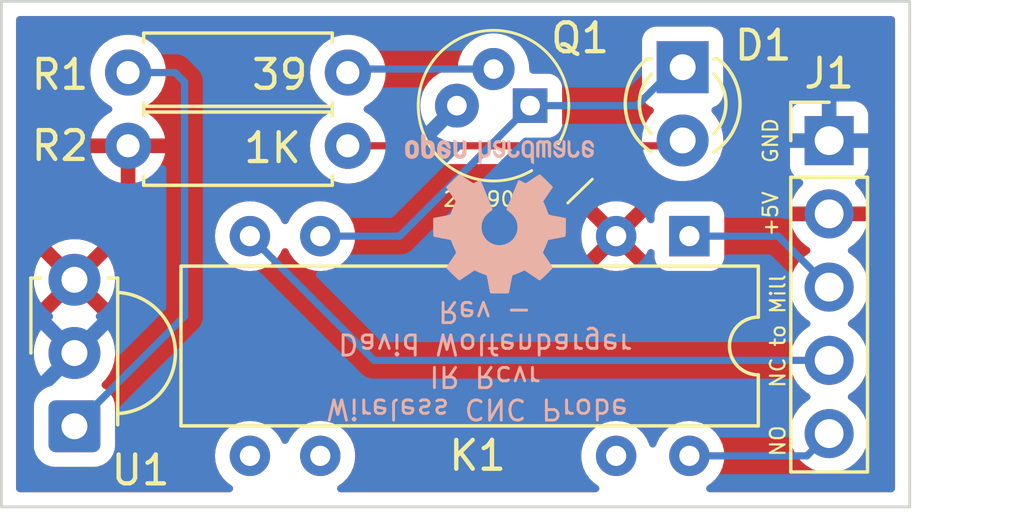
<source format=kicad_pcb>
(kicad_pcb (version 20211014) (generator pcbnew)
  (layers (0 "F.Cu" signal) (31 "B.Cu" signal) (34 "B.Paste" user) (35 "F.Paste" user) (36 "B.SilkS" user "B.Silkscreen") (37 "F.SilkS" user "F.Silkscreen") (38 "B.Mask" user) (39 "F.Mask" user) (44 "Edge.Cuts" user))
  (net 0 "")
  (net 1 "Net-(D1-Pad1)")
  (net 2 "GND")
  (net 3 "+5V")
  (net 4 "Net-(D1-Pad2)")
  (net 5 "Net-(J1-Pad3)")
  (net 6 "Net-(J1-Pad4)")
  (net 7 "Net-(Q1-Pad2)")
  (net 8 "Net-(R1-Pad1)")
  (net 9 "Net-(J1-Pad5)")
  (footprint "Relay_THT:Relay_StandexMeder_DIP_LowProfile" (layer "F.Cu") (at 112.756 84.592 -90)
    (fp_text reference "K1" (at 7.61 7.346) (layer "F.SilkS"))
    (fp_text value "HE721C0510")
    (fp_line (start 6.58 17.63) (end 6.58 -2.39) (layer "F.SilkS") (width 0.12))
    (fp_line (start 6.58 -2.39) (end 4.81 -2.39) (layer "F.SilkS") (width 0.12))
    (fp_line (start 2.81 -2.39) (end 1.04 -2.39) (layer "F.SilkS") (width 0.12))
    (fp_line (start 1.04 -2.39) (end 1.04 17.63) (layer "F.SilkS") (width 0.12))
    (fp_line (start 1.04 17.63) (end 6.58 17.63) (layer "F.SilkS") (width 0.12))
    (fp_arc (start 4.81 -2.39) (mid 3.81 -1.39) (end 2.81 -2.39) (layer "F.SilkS") (width 0.12))
    (pad "1" thru_hole rect (at 0 0 270) (size 1.4 1.4) (drill 0.7) (layers *.Cu *.Mask) (net 5 "Net-(J1-Pad3)"))
    (pad "2" thru_hole circle (at 0 2.54 270) (size 1.4 1.4) (drill 0.7) (layers *.Cu *.Mask) (net 3 "+5V"))
    (pad "6" thru_hole circle (at 0 12.8 270) (size 1.4 1.4) (drill 0.7) (layers *.Cu *.Mask) (net 1 "Net-(D1-Pad1)"))
    (pad "7" thru_hole circle (at 0 15.24 270) (size 1.4 1.4) (drill 0.7) (layers *.Cu *.Mask) (net 6 "Net-(J1-Pad4)"))
    (pad "8" thru_hole circle (at 7.62 15.24 270) (size 1.4 1.4) (drill 0.7) (layers *.Cu *.Mask))
    (pad "9" thru_hole circle (at 7.62 12.8 270) (size 1.4 1.4) (drill 0.7) (layers *.Cu *.Mask))
    (pad "13" thru_hole circle (at 7.62 2.54 270) (size 1.4 1.4) (drill 0.7) (layers *.Cu *.Mask))
    (pad "14" thru_hole circle (at 7.62 0 270) (size 1.4 1.4) (drill 0.7) (layers *.Cu *.Mask) (net 9 "Net-(J1-Pad5)"))
  )
  (footprint "Resistor_THT:R_Axial_DIN0207_L6.3mm_D2.5mm_P7.62mm_Horizontal" (layer "F.Cu") (at 100.912 81.46 180)
    (fp_text reference "R2" (at 9.98 0) (layer "F.SilkS"))
    (fp_text value "1K" (at 2.614 -0.074) (layer "F.SilkS"))
    (fp_line (start 7.08 1.37) (end 7.08 1.04) (layer "F.SilkS") (width 0.12))
    (fp_line (start 0.54 1.37) (end 7.08 1.37) (layer "F.SilkS") (width 0.12))
    (fp_line (start 0.54 -1.04) (end 0.54 -1.37) (layer "F.SilkS") (width 0.12))
    (fp_line (start 7.08 -1.37) (end 7.08 -1.04) (layer "F.SilkS") (width 0.12))
    (fp_line (start 0.54 1.04) (end 0.54 1.37) (layer "F.SilkS") (width 0.12))
    (fp_line (start 0.54 -1.37) (end 7.08 -1.37) (layer "F.SilkS") (width 0.12))
    (pad "1" thru_hole circle (at 0 0 180) (size 1.6 1.6) (drill 0.8) (layers *.Cu *.Mask) (net 4 "Net-(D1-Pad2)"))
    (pad "2" thru_hole oval (at 7.62 0 180) (size 1.6 1.6) (drill 0.8) (layers *.Cu *.Mask) (net 3 "+5V"))
  )
  (footprint "Resistor_THT:R_Axial_DIN0207_L6.3mm_D2.5mm_P7.62mm_Horizontal" (layer "F.Cu") (at 93.292 78.92)
    (fp_text reference "R1" (at -2.36 0.074) (layer "F.SilkS"))
    (fp_text value "39" (at 5.26 0.074) (layer "F.SilkS"))
    (fp_line (start 7.08 -1.37) (end 7.08 -1.04) (layer "F.SilkS") (width 0.12))
    (fp_line (start 0.54 1.04) (end 0.54 1.37) (layer "F.SilkS") (width 0.12))
    (fp_line (start 0.54 -1.37) (end 7.08 -1.37) (layer "F.SilkS") (width 0.12))
    (fp_line (start 7.08 1.37) (end 7.08 1.04) (layer "F.SilkS") (width 0.12))
    (fp_line (start 0.54 1.37) (end 7.08 1.37) (layer "F.SilkS") (width 0.12))
    (fp_line (start 0.54 -1.04) (end 0.54 -1.37) (layer "F.SilkS") (width 0.12))
    (pad "1" thru_hole circle (at 0 0) (size 1.6 1.6) (drill 0.8) (layers *.Cu *.Mask) (net 8 "Net-(R1-Pad1)"))
    (pad "2" thru_hole oval (at 7.62 0) (size 1.6 1.6) (drill 0.8) (layers *.Cu *.Mask) (net 7 "Net-(Q1-Pad2)"))
  )
  (footprint "LED_THT:LED_D3.0mm" (layer "F.Cu") (at 112.522 78.735 -90)
    (fp_text reference "D1" (at -0.757 -2.794) (layer "F.SilkS"))
    (fp_text value "LED")
    (fp_line (start -0.29 1.08) (end -0.29 1.236) (layer "F.SilkS") (width 0.12))
    (fp_line (start -0.29 -1.236) (end -0.29 -1.08) (layer "F.SilkS") (width 0.12))
    (fp_arc (start -0.29 -1.235516) (mid 1.366487 -1.987659) (end 2.942335 -1.078608) (layer "F.SilkS") (width 0.12))
    (fp_arc (start 0.229039 -1.08) (mid 1.270117 -1.5) (end 2.31113 -1.079837) (layer "F.SilkS") (width 0.12))
    (fp_arc (start 2.31113 1.079837) (mid 1.270117 1.5) (end 0.229039 1.08) (layer "F.SilkS") (width 0.12))
    (fp_arc (start 2.942335 1.078608) (mid 1.366487 1.987659) (end -0.29 1.235516) (layer "F.SilkS") (width 0.12))
    (pad "1" thru_hole rect (at 0 0 270) (size 1.8 1.8) (drill 0.9) (layers *.Cu *.Mask) (net 1 "Net-(D1-Pad1)"))
    (pad "2" thru_hole circle (at 2.54 0 270) (size 1.8 1.8) (drill 0.9) (layers *.Cu *.Mask) (net 4 "Net-(D1-Pad2)"))
  )
  (footprint "digikey-footprints:TO-18-3" (layer "F.Cu") (at 107.2335 80.068 180)
    (fp_text reference "Q1" (at -1.7325 2.344) (layer "F.SilkS"))
    (fp_text value "2N2907A" (at 1.3155 -3.244) (layer "F.SilkS") (effects (font (size 0.508 0.508) (thickness 0.0762))))
    (fp_line (start -2.155 -2.55) (end -1.305 -3.375) (layer "F.SilkS") (width 0.1))
    (fp_arc (start -0.055522 -2.249693) (mid 3.116579 1.846151) (end -0.98 -1.325) (layer "F.SilkS") (width 0.1))
    (pad "1" thru_hole rect (at 0 0 180) (size 1.2 1.2) (drill 0.68) (layers *.Cu *.Mask) (net 1 "Net-(D1-Pad1)"))
    (pad "2" thru_hole circle (at 1.27 1.27 180) (size 1.46 1.46) (drill 0.68) (layers *.Cu *.Mask) (net 7 "Net-(Q1-Pad2)"))
    (pad "3" thru_hole circle (at 2.54 0 180) (size 1.52 1.52) (drill 0.68) (layers *.Cu *.Mask) (net 2 "GND"))
  )
  (footprint "Connector_PinHeader_2.54mm:PinHeader_1x05_P2.54mm_Vertical" (layer "F.Cu") (at 117.602 81.28)
    (fp_text reference "J1" (at 0 -2.33) (layer "F.SilkS"))
    (fp_text value "Conn_01x04_Male")
    (fp_line (start -1.33 -1.33) (end 0 -1.33) (layer "F.SilkS") (width 0.12))
    (fp_line (start 1.33 1.27) (end 1.33 11.49) (layer "F.SilkS") (width 0.12))
    (fp_line (start -1.33 1.27) (end 1.33 1.27) (layer "F.SilkS") (width 0.12))
    (fp_line (start -1.33 0) (end -1.33 -1.33) (layer "F.SilkS") (width 0.12))
    (fp_line (start -1.33 11.49) (end 1.33 11.49) (layer "F.SilkS") (width 0.12))
    (fp_line (start -1.33 1.27) (end -1.33 11.49) (layer "F.SilkS") (width 0.12))
    (pad "1" thru_hole rect (at 0 0) (size 1.7 1.7) (drill 1) (layers *.Cu *.Mask) (net 2 "GND"))
    (pad "2" thru_hole oval (at 0 2.54) (size 1.7 1.7) (drill 1) (layers *.Cu *.Mask) (net 3 "+5V"))
    (pad "3" thru_hole oval (at 0 5.08) (size 1.7 1.7) (drill 1) (layers *.Cu *.Mask) (net 5 "Net-(J1-Pad3)"))
    (pad "4" thru_hole oval (at 0 7.62) (size 1.7 1.7) (drill 1) (layers *.Cu *.Mask) (net 6 "Net-(J1-Pad4)"))
    (pad "5" thru_hole oval (at 0 10.16) (size 1.7 1.7) (drill 1) (layers *.Cu *.Mask) (net 9 "Net-(J1-Pad5)"))
  )
  (footprint "OptoDevice:Vishay_MINICAST-3Pin" (layer "F.Cu") (at 91.431 91.186 90)
    (fp_text reference "U1" (at -1.524 2.295 180) (layer "F.SilkS"))
    (fp_text value "TSSP4038")
    (fp_line (start 5.14 1.5) (end 0.05 1.5) (layer "F.SilkS") (width 0.12))
    (fp_line (start 5.14 -1.51) (end 2.54 -1.51) (layer "F.SilkS") (width 0.12))
    (fp_line (start 5.14 1.16) (end 5.14 1.5) (layer "F.SilkS") (width 0.12))
    (fp_line (start 5.14 -1.16) (end 5.14 -1.51) (layer "F.SilkS") (width 0.12))
    (fp_arc (start 4.64 1.5) (mid 2.540869 3.502379) (end 0.440083 1.501736) (layer "F.SilkS") (width 0.12))
    (pad "1" thru_hole roundrect (at 0 0 90) (size 1.8 1.8) (drill 0.9) (layers *.Cu *.Mask) (roundrect_rratio 0.139) (net 8 "Net-(R1-Pad1)"))
    (pad "2" thru_hole circle (at 2.54 0 90) (size 1.8 1.8) (drill 0.9) (layers *.Cu *.Mask) (net 2 "GND"))
    (pad "3" thru_hole circle (at 5.08 0 90) (size 1.8 1.8) (drill 0.9) (layers *.Cu *.Mask) (net 3 "+5V"))
  )
  (footprint "Symbols:OSHW-Logo2_7.3x6mm_SilkScreen" (layer "B.Cu") (at 106.172 83.82)
    (fp_text reference "REF***" hide)
    (fp_text value "OSHW-Logo2_7.3x6mm_SilkScreen" hide)
    (fp_poly (pts (xy 0.10391 2.757652) (xy 0.182454 2.757222) (xy 0.239298 2.756058) (xy 0.278105 2.753793) (xy 0.302538 2.75006) (xy 0.316262 2.744494) (xy 0.32294 2.736727) (xy 0.326236 2.726395) (xy 0.326556 2.725057) (xy 0.331562 2.700921) (xy 0.340829 2.653299) (xy 0.353392 2.587259) (xy 0.368287 2.507872) (xy 0.384551 2.420204) (xy 0.385119 2.417125) (xy 0.40141 2.331211) (xy 0.416652 2.255304) (xy 0.429861 2.193955) (xy 0.440054 2.151718) (xy 0.446248 2.133145) (xy 0.446543 2.132816) (xy 0.464788 2.123747) (xy 0.502405 2.108633) (xy 0.551271 2.090738) (xy 0.551543 2.090642) (xy 0.613093 2.067507) (xy 0.685657 2.038035) (xy 0.754057 2.008403) (xy 0.757294 2.006938) (xy 0.868702 1.956374) (xy 1.115399 2.12484) (xy 1.191077 2.176197) (xy 1.259631 2.222111) (xy 1.317088 2.25997) (xy 1.359476 2.287163) (xy 1.382825 2.301079) (xy 1.385042 2.302111) (xy 1.40201 2.297516) (xy 1.433701 2.275345) (xy 1.481352 2.234553) (xy 1.546198 2.174095) (xy 1.612397 2.109773) (xy 1.676214 2.046388) (xy 1.733329 1.988549) (xy 1.780305 1.939825) (xy 1.813703 1.90379) (xy 1.830085 1.884016) (xy 1.830694 1.882998) (xy 1.832505 1.869428) (xy 1.825683 1.847267) (xy 1.80854 1.813522) (xy 1.779393 1.7652) (xy 1.736555 1.699308) (xy 1.679448 1.614483) (xy 1.628766 1.539823) (xy 1.583461 1.47286) (xy 1.54615 1.417484) (xy 1.519452 1.37758) (xy 1.505985 1.357038) (xy 1.505137 1.355644) (xy 1.506781 1.335962) (xy 1.519245 1.297707) (xy 1.540048 1.248111) (xy 1.547462 1.232272) (xy 1.579814 1.16171) (xy 1.614328 1.081647) (xy 1.642365 1.012371) (xy 1.662568 0.960955) (xy 1.678615 0.921881) (xy 1.687888 0.901459) (xy 1.689041 0.899886) (xy 1.706096 0.897279) (xy 1.746298 0.890137) (xy 1.804302 0.879477) (xy 1.874763 0.866315) (xy 1.952335 0.851667) (xy 2.031672 0.836551) (xy 2.107431 0.821982) (xy 2.174264 0.808978) (xy 2.226828 0.798555) (xy 2.259776 0.79173) (xy 2.267857 0.789801) (xy 2.276205 0.785038) (xy 2.282506 0.774282) (xy 2.287045 0.753902) (xy 2.290104 0.720266) (xy 2.291967 0.669745) (xy 2.292918 0.598708) (xy 2.29324 0.503524) (xy 2.293257 0.464508) (xy 2.293257 0.147201) (xy 2.217057 0.132161) (xy 2.174663 0.124005) (xy 2.1114 0.112101) (xy 2.034962 0.097884) (xy 1.953043 0.08279) (xy 1.9304 0.078645) (xy 1.854806 0.063947) (xy 1.788953 0.049495) (xy 1.738366 0.036625) (xy 1.708574 0.026678) (xy 1.703612 0.023713) (xy 1.691426 0.002717) (xy 1.673953 -0.037967) (xy 1.654577 -0.090322) (xy 1.650734 -0.1016) (xy 1.625339 -0.171523) (xy 1.593817 -0.250418) (xy 1.562969 -0.321266) (xy 1.562817 -0.321595) (xy 1.511447 -0.432733) (xy 1.680399 -0.681253) (xy 1.849352 -0.929772) (xy 1.632429 -1.147058) (xy 1.566819 -1.211726) (xy 1.506979 -1.268733) (xy 1.456267 -1.315033) (xy 1.418046 -1.347584) (xy 1.395675 -1.363343) (xy 1.392466 -1.364343) (xy 1.373626 -1.356469) (xy 1.33518 -1.334578) (xy 1.28133 -1.301267) (xy 1.216276 -1.259131) (xy 1.14594 -1.211943) (xy 1.074555 -1.16381) (xy 1.010908 -1.121928) (xy 0.959041 -1.088871) (xy 0.922995 -1.067218) (xy 0.906867 -1.059543) (xy 0.887189 -1.066037) (xy 0.849875 -1.08315) (xy 0.802621 -1.107326) (xy 0.797612 -1.110013) (xy 0.733977 -1.141927) (xy 0.690341 -1.157579) (xy 0.663202 -1.157745) (xy 0.649057 -1.143204) (xy 0.648975 -1.143) (xy 0.641905 -1.125779) (xy 0.625042 -1.084899) (xy 0.599695 -1.023525) (xy 0.567171 -0.944819) (xy 0.528778 -0.851947) (xy 0.485822 -0.748072) (xy 0.444222 -0.647502) (xy 0.398504 -0.536516) (xy 0.356526 -0.433703) (xy 0.319548 -0.342215) (xy 0.288827 -0.265201) (xy 0.265622 -0.205815) (xy 0.25119 -0.167209) (xy 0.246743 -0.1528) (xy 0.257896 -0.136272) (xy 0.287069 -0.10993) (xy 0.325971 -0.080887) (xy 0.436757 0.010961) (xy 0.523351 0.116241) (xy 0.584716 0.232734) (xy 0.619815 0.358224) (xy 0.627608 0.490493) (xy 0.621943 0.551543) (xy 0.591078 0.678205) (xy 0.53792 0.790059) (xy 0.465767 0.885999) (xy 0.377917 0.964924) (xy 0.277665 1.02573) (xy 0.16831 1.067313) (xy 0.053147 1.088572) (xy -0.064525 1.088401) (xy -0.18141 1.065699) (xy -0.294211 1.019362) (xy -0.399631 0.948287) (xy -0.443632 0.908089) (xy -0.528021 0.804871) (xy -0.586778 0.692075) (xy -0.620296 0.57299) (xy -0.628965 0.450905) (xy -0.613177 0.329107) (xy -0.573322 0.210884) (xy -0.509793 0.099525) (xy -0.422979 -0.001684) (xy -0.325971 -0.080887) (xy -0.285563 -0.111162) (xy -0.257018 -0.137219) (xy -0.246743 -0.152825) (xy -0.252123 -0.169843) (xy -0.267425 -0.2105) (xy -0.291388 -0.271642) (xy -0.322756 -0.350119) (xy -0.360268 -0.44278) (xy -0.402667 -0.546472) (xy -0.444337 -0.647526) (xy -0.49031 -0.758607) (xy -0.532893 -0.861541) (xy -0.570779 -0.953165) (xy -0.60266 -1.030316) (xy -0.627229 -1.089831) (xy -0.64318 -1.128544) (xy -0.64909 -1.143) (xy -0.663052 -1.157685) (xy -0.69006 -1.157642) (xy -0.733587 -1.142099) (xy -0.79711 -1.110284) (xy -0.797612 -1.110013) (xy -0.84544 -1.085323) (xy -0.884103 -1.067338) (xy -0.905905 -1.059614) (xy -0.906867 -1.059543) (xy -0.923279 -1.067378) (xy -0.959513 -1.089165) (xy -1.011526 -1.122328) (xy -1.075275 -1.164291) (xy -1.14594 -1.211943) (xy -1.217884 -1.260191) (xy -1.282726 -1.302151) (xy -1.336265 -1.335227) (xy -1.374303 -1.356821) (xy -1.392467 -1.364343) (xy -1.409192 -1.354457) (xy -1.44282 -1.326826) (xy -1.48999 -1.284495) (xy -1.547342 -1.230505) (xy -1.611516 -1.167899) (xy -1.632503 -1.146983) (xy -1.849501 -0.929623) (xy -1.684332 -0.68722) (xy -1.634136 -0.612781) (xy -1.590081 -0.545972) (xy -1.554638 -0.490665) (xy -1.530281 -0.450729) (xy -1.519478 -0.430036) (xy -1.519162 -0.428563) (xy -1.524857 -0.409058) (xy -1.540174 -0.369822) (xy -1.562463 -0.31743) (xy -1.578107 -0.282355) (xy -1.607359 -0.215201) (xy -1.634906 -0.147358) (xy -1.656263 -0.090034) (xy -1.662065 -0.072572) (xy -1.678548 -0.025938) (xy -1.69466 0.010095) (xy -1.70351 0.023713) (xy -1.72304 0.032048) (xy -1.765666 0.043863) (xy -1.825855 0.057819) (xy -1.898078 0.072578) (xy -1.9304 0.078645) (xy -2.012478 0.093727) (xy -2.091205 0.108331) (xy -2.158891 0.12102) (xy -2.20784 0.130358) (xy -2.217057 0.132161) (xy -2.293257 0.147201) (xy -2.293257 0.464508) (xy -2.293086 0.568846) (xy -2.292384 0.647787) (xy -2.290866 0.704962) (xy -2.288251 0.744001) (xy -2.284254 0.768535) (xy -2.278591 0.782195) (xy -2.27098 0.788611) (xy -2.267857 0.789801) (xy -2.249022 0.79402) (xy -2.207412 0.802438) (xy -2.14837 0.814039) (xy -2.077243 0.827805) (xy -1.999375 0.84272) (xy -1.920113 0.857768) (xy -1.844802 0.871931) (xy -1.778787 0.884194) (xy -1.727413 0.893539) (xy -1.696025 0.89895) (xy -1.689041 0.899886) (xy -1.682715 0.912404) (xy -1.66871 0.945754) (xy -1.649645 0.993623) (xy -1.642366 1.012371) (xy -1.613004 1.084805) (xy -1.578429 1.16483) (xy -1.547463 1.232272) (xy -1.524677 1.283841) (xy -1.509518 1.326215) (xy -1.504458 1.352166) (xy -1.505264 1.355644) (xy -1.515959 1.372064) (xy -1.54038 1.408583) (xy -1.575905 1.461313) (xy -1.619913 1.526365) (xy -1.669783 1.599849) (xy -1.679644 1.614355) (xy -1.737508 1.700296) (xy -1.780044 1.765739) (xy -1.808946 1.813696) (xy -1.82591 1.84718) (xy -1.832633 1.869205) (xy -1.83081 1.882783) (xy -1.830764 1.882869) (xy -1.816414 1.900703) (xy -1.784677 1.935183) (xy -1.73899 1.982732) (xy -1.682796 2.039778) (xy -1.619532 2.102745) (xy -1.612398 2.109773) (xy -1.53267 2.18698) (xy -1.471143 2.24367) (xy -1.426579 2.28089) (xy -1.397743 2.299685) (xy -1.385042 2.302111) (xy -1.366506 2.291529) (xy -1.328039 2.267084) (xy -1.273614 2.231388) (xy -1.207202 2.187053) (xy -1.132775 2.136689) (xy -1.115399 2.12484) (xy -0.868703 1.956374) (xy -0.757294 2.006938) (xy -0.689543 2.036405) (xy -0.616817 2.066041) (xy -0.554297 2.08967) (xy -0.551543 2.090642) (xy -0.50264 2.108543) (xy -0.464943 2.12368) (xy -0.446575 2.13279) (xy -0.446544 2.132816) (xy -0.440715 2.149283) (xy -0.430808 2.189781) (xy -0.417805 2.249758) (xy -0.402691 2.32466) (xy -0.386448 2.409936) (xy -0.385119 2.417125) (xy -0.368825 2.504986) (xy -0.353867 2.58474) (xy -0.341209 2.651319) (xy -0.331814 2.699653) (xy -0.326646 2.724675) (xy -0.326556 2.725057) (xy -0.323411 2.735701) (xy -0.317296 2.743738) (xy -0.304547 2.749533) (xy -0.2815 2.753453) (xy -0.244491 2.755865) (xy -0.189856 2.757135) (xy -0.113933 2.757629) (xy -0.013056 2.757714) (xy 0 2.757714) (xy 0.10391 2.757652)) (layer "B.SilkS") (width 0.01) (fill solid))
    (fp_poly (pts (xy 3.153595 -1.966966) (xy 3.211021 -2.004497) (xy 3.238719 -2.038096) (xy 3.260662 -2.099064) (xy 3.262405 -2.147308) (xy 3.258457 -2.211816) (xy 3.109686 -2.276934) (xy 3.037349 -2.310202) (xy 2.990084 -2.336964) (xy 2.965507 -2.360144) (xy 2.961237 -2.382667) (xy 2.974889 -2.407455) (xy 2.989943 -2.423886) (xy 3.033746 -2.450235) (xy 3.081389 -2.452081) (xy 3.125145 -2.431546) (xy 3.157289 -2.390752) (xy 3.163038 -2.376347) (xy 3.190576 -2.331356) (xy 3.222258 -2.312182) (xy 3.265714 -2.295779) (xy 3.265714 -2.357966) (xy 3.261872 -2.400283) (xy 3.246823 -2.435969) (xy 3.21528 -2.476943) (xy 3.210592 -2.482267) (xy 3.175506 -2.51872) (xy 3.145347 -2.538283) (xy 3.107615 -2.547283) (xy 3.076335 -2.55023) (xy 3.020385 -2.550965) (xy 2.980555 -2.54166) (xy 2.955708 -2.527846) (xy 2.916656 -2.497467) (xy 2.889625 -2.464613) (xy 2.872517 -2.423294) (xy 2.863238 -2.367521) (xy 2.859693 -2.291305) (xy 2.85941 -2.252622) (xy 2.860372 -2.206247) (xy 2.948007 -2.206247) (xy 2.949023 -2.231126) (xy 2.951556 -2.2352) (xy 2.968274 -2.229665) (xy 3.004249 -2.215017) (xy 3.052331 -2.19419) (xy 3.062386 -2.189714) (xy 3.123152 -2.158814) (xy 3.156632 -2.131657) (xy 3.16399 -2.10622) (xy 3.146391 -2.080481) (xy 3.131856 -2.069109) (xy 3.07941 -2.046364) (xy 3.030322 -2.050122) (xy 2.989227 -2.077884) (xy 2.960758 -2.127152) (xy 2.951631 -2.166257) (xy 2.948007 -2.206247) (xy 2.860372 -2.206247) (xy 2.861285 -2.162249) (xy 2.868196 -2.095384) (xy 2.881884 -2.046695) (xy 2.904096 -2.010849) (xy 2.936574 -1.982513) (xy 2.950733 -1.973355) (xy 3.015053 -1.949507) (xy 3.085473 -1.948006) (xy 3.153595 -1.966966)) (layer "B.SilkS") (width 0.01) (fill solid))
    (fp_poly (pts (xy -1.283907 -1.92778) (xy -1.237328 -1.954723) (xy -1.204943 -1.981466) (xy -1.181258 -2.009484) (xy -1.164941 -2.043748) (xy -1.154661 -2.089227) (xy -1.149086 -2.150892) (xy -1.146884 -2.233711) (xy -1.146629 -2.293246) (xy -1.146629 -2.512391) (xy -1.208314 -2.540044) (xy -1.27 -2.567697) (xy -1.277257 -2.32767) (xy -1.280256 -2.238028) (xy -1.283402 -2.172962) (xy -1.287299 -2.128026) (xy -1.292553 -2.09877) (xy -1.299769 -2.080748) (xy -1.30955 -2.069511) (xy -1.312688 -2.067079) (xy -1.360239 -2.048083) (xy -1.408303 -2.0556) (xy -1.436914 -2.075543) (xy -1.448553 -2.089675) (xy -1.456609 -2.10822) (xy -1.461729 -2.136334) (xy -1.464559 -2.179173) (xy -1.465744 -2.241895) (xy -1.465943 -2.307261) (xy -1.465982 -2.389268) (xy -1.467386 -2.447316) (xy -1.472086 -2.486465) (xy -1.482013 -2.51178) (xy -1.499097 -2.528323) (xy -1.525268 -2.541156) (xy -1.560225 -2.554491) (xy -1.598404 -2.569007) (xy -1.593859 -2.311389) (xy -1.592029 -2.218519) (xy -1.589888 -2.149889) (xy -1.586819 -2.100711) (xy -1.582206 -2.066198) (xy -1.575432 -2.041562) (xy -1.565881 -2.022016) (xy -1.554366 -2.00477) (xy -1.49881 -1.94968) (xy -1.43102 -1.917822) (xy -1.357287 -1.910191) (xy -1.283907 -1.92778)) (layer "B.SilkS") (width 0.01) (fill solid))
    (fp_poly (pts (xy -1.831697 -1.931239) (xy -1.774473 -1.969735) (xy -1.730251 -2.025335) (xy -1.703833 -2.096086) (xy -1.69849 -2.148162) (xy -1.699097 -2.169893) (xy -1.704178 -2.186531) (xy -1.718145 -2.201437) (xy -1.745411 -2.217973) (xy -1.790388 -2.239498) (xy -1.857489 -2.269374) (xy -1.857829 -2.269524) (xy -1.919593 -2.297813) (xy -1.970241 -2.322933) (xy -2.004596 -2.342179) (xy -2.017482 -2.352848) (xy -2.017486 -2.352934) (xy -2.006128 -2.376166) (xy -1.979569 -2.401774) (xy -1.949077 -2.420221) (xy -1.93363 -2.423886) (xy -1.891485 -2.411212) (xy -1.855192 -2.379471) (xy -1.837483 -2.344572) (xy -1.820448 -2.318845) (xy -1.787078 -2.289546) (xy -1.747851 -2.264235) (xy -1.713244 -2.250471) (xy -1.706007 -2.249714) (xy -1.697861 -2.26216) (xy -1.69737 -2.293972) (xy -1.703357 -2.336866) (xy -1.714643 -2.382558) (xy -1.73005 -2.422761) (xy -1.730829 -2.424322) (xy -1.777196 -2.489062) (xy -1.837289 -2.533097) (xy -1.905535 -2.554711) (xy -1.976362 -2.552185) (xy -2.044196 -2.523804) (xy -2.047212 -2.521808) (xy -2.100573 -2.473448) (xy -2.13566 -2.410352) (xy -2.155078 -2.327387) (xy -2.157684 -2.304078) (xy -2.162299 -2.194055) (xy -2.156767 -2.142748) (xy -2.017486 -2.142748) (xy -2.015676 -2.174753) (xy -2.005778 -2.184093) (xy -1.981102 -2.177105) (xy -1.942205 -2.160587) (xy -1.898725 -2.139881) (xy -1.897644 -2.139333) (xy -1.860791 -2.119949) (xy -1.846 -2.107013) (xy -1.849647 -2.093451) (xy -1.865005 -2.075632) (xy -1.904077 -2.049845) (xy -1.946154 -2.04795) (xy -1.983897 -2.066717) (xy -2.009966 -2.102915) (xy -2.017486 -2.142748) (xy -2.156767 -2.142748) (xy -2.152806 -2.106027) (xy -2.12845 -2.036212) (xy -2.094544 -1.987302) (xy -2.033347 -1.937878) (xy -1.965937 -1.913359) (xy -1.89712 -1.911797) (xy -1.831697 -1.931239)) (layer "B.SilkS") (width 0.01) (fill solid))
    (fp_poly (pts (xy -2.958885 -1.921962) (xy -2.890855 -1.957733) (xy -2.840649 -2.015301) (xy -2.822815 -2.052312) (xy -2.808937 -2.107882) (xy -2.801833 -2.178096) (xy -2.80116 -2.254727) (xy -2.806573 -2.329552) (xy -2.81773 -2.394342) (xy -2.834286 -2.440873) (xy -2.839374 -2.448887) (xy -2.899645 -2.508707) (xy -2.971231 -2.544535) (xy -3.048908 -2.55502) (xy -3.127452 -2.53881) (xy -3.149311 -2.529092) (xy -3.191878 -2.499143) (xy -3.229237 -2.459433) (xy -3.232768 -2.454397) (xy -3.247119 -2.430124) (xy -3.256606 -2.404178) (xy -3.26221 -2.370022) (xy -3.264914 -2.321119) (xy -3.265701 -2.250935) (xy -3.265714 -2.2352) (xy -3.265678 -2.230192) (xy -3.120571 -2.230192) (xy -3.119727 -2.29643) (xy -3.116404 -2.340386) (xy -3.109417 -2.368779) (xy -3.097584 -2.388325) (xy -3.091543 -2.394857) (xy -3.056814 -2.41968) (xy -3.023097 -2.418548) (xy -2.989005 -2.397016) (xy -2.968671 -2.374029) (xy -2.956629 -2.340478) (xy -2.949866 -2.287569) (xy -2.949402 -2.281399) (xy -2.948248 -2.185513) (xy -2.960312 -2.114299) (xy -2.98543 -2.068194) (xy -3.02344 -2.047635) (xy -3.037008 -2.046514) (xy -3.072636 -2.052152) (xy -3.097006 -2.071686) (xy -3.111907 -2.109042) (xy -3.119125 -2.16815) (xy -3.120571 -2.230192) (xy -3.265678 -2.230192) (xy -3.265174 -2.160413) (xy -3.262904 -2.108159) (xy -3.257932 -2.071949) (xy -3.249287 -2.045299) (xy -3.235995 -2.021722) (xy -3.233057 -2.017338) (xy -3.183687 -1.958249) (xy -3.129891 -1.923947) (xy -3.064398 -1.910331) (xy -3.042158 -1.909665) (xy -2.958885 -1.921962)) (layer "B.SilkS") (width 0.01) (fill solid))
    (fp_poly (pts (xy -2.400256 -1.919918) (xy -2.344799 -1.947568) (xy -2.295852 -1.99848) (xy -2.282371 -2.017338) (xy -2.267686 -2.042015) (xy -2.258158 -2.068816) (xy -2.252707 -2.104587) (xy -2.250253 -2.156169) (xy -2.249714 -2.224267) (xy -2.252148 -2.317588) (xy -2.260606 -2.387657) (xy -2.276826 -2.439931) (xy -2.302546 -2.479869) (xy -2.339503 -2.512929) (xy -2.342218 -2.514886) (xy -2.37864 -2.534908) (xy -2.422498 -2.544815) (xy -2.478276 -2.547257) (xy -2.568952 -2.547257) (xy -2.56899 -2.635283) (xy -2.569834 -2.684308) (xy -2.574976 -2.713065) (xy -2.588413 -2.730311) (xy -2.614142 -2.744808) (xy -2.620321 -2.747769) (xy -2.649236 -2.761648) (xy -2.671624 -2.770414) (xy -2.688271 -2.771171) (xy -2.699964 -2.761023) (xy -2.70749 -2.737073) (xy -2.711634 -2.696426) (xy -2.713185 -2.636186) (xy -2.712929 -2.553455) (xy -2.711651 -2.445339) (xy -2.711252 -2.413) (xy -2.709815 -2.301524) (xy -2.708528 -2.228603) (xy -2.569029 -2.228603) (xy -2.568245 -2.290499) (xy -2.56476 -2.330997) (xy -2.556876 -2.357708) (xy -2.542895 -2.378244) (xy -2.533403 -2.38826) (xy -2.494596 -2.417567) (xy -2.460237 -2.419952) (xy -2.424784 -2.39575) (xy -2.423886 -2.394857) (xy -2.409461 -2.376153) (xy -2.400687 -2.350732) (xy -2.396261 -2.311584) (xy -2.394882 -2.251697) (xy -2.394857 -2.23843) (xy -2.398188 -2.155901) (xy -2.409031 -2.098691) (xy -2.42866 -2.063766) (xy -2.45835 -2.048094) (xy -2.475509 -2.046514) (xy -2.516234 -2.053926) (xy -2.544168 -2.07833) (xy -2.560983 -2.12298) (xy -2.56835 -2.19113) (xy -2.569029 -2.228603) (xy -2.708528 -2.228603) (xy -2.708292 -2.215245) (xy -2.706323 -2.150333) (xy -2.70355 -2.102958) (xy -2.699612 -2.06929) (xy -2.694151 -2.045498) (xy -2.686808 -2.027753) (xy -2.677223 -2.012224) (xy -2.673113 -2.006381) (xy -2.618595 -1.951185) (xy -2.549664 -1.91989) (xy -2.469928 -1.911165) (xy -2.400256 -1.919918)) (layer "B.SilkS") (width 0.01) (fill solid))
    (fp_poly (pts (xy 1.779833 -1.958663) (xy 1.782048 -1.99685) (xy 1.783784 -2.054886) (xy 1.784899 -2.12818) (xy 1.785257 -2.205055) (xy 1.785257 -2.465196) (xy 1.739326 -2.511127) (xy 1.707675 -2.539429) (xy 1.67989 -2.550893) (xy 1.641915 -2.550168) (xy 1.62684 -2.548321) (xy 1.579726 -2.542948) (xy 1.540756 -2.539869) (xy 1.531257 -2.539585) (xy 1.499233 -2.541445) (xy 1.453432 -2.546114) (xy 1.435674 -2.548321) (xy 1.392057 -2.551735) (xy 1.362745 -2.54432) (xy 1.33368 -2.521427) (xy 1.323188 -2.511127) (xy 1.277257 -2.465196) (xy 1.277257 -1.978602) (xy 1.314226 -1.961758) (xy 1.346059 -1.949282) (xy 1.364683 -1.944914) (xy 1.369458 -1.958718) (xy 1.373921 -1.997286) (xy 1.377775 -2.056356) (xy 1.380722 -2.131663) (xy 1.382143 -2.195286) (xy 1.386114 -2.445657) (xy 1.420759 -2.450556) (xy 1.452268 -2.447131) (xy 1.467708 -2.436041) (xy 1.472023 -2.415308) (xy 1.475708 -2.371145) (xy 1.478469 -2.309146) (xy 1.480012 -2.234909) (xy 1.480235 -2.196706) (xy 1.480457 -1.976783) (xy 1.526166 -1.960849) (xy 1.558518 -1.950015) (xy 1.576115 -1.944962) (xy 1.576623 -1.944914) (xy 1.578388 -1.958648) (xy 1.580329 -1.99673) (xy 1.582282 -2.054482) (xy 1.584084 -2.127227) (xy 1.585343 -2.195286) (xy 1.589314 -2.445657) (xy 1.6764 -2.445657) (xy 1.680396 -2.21724) (xy 1.684392 -1.988822) (xy 1.726847 -1.966868) (xy 1.758192 -1.951793) (xy 1.776744 -1.944951) (xy 1.777279 -1.944914) (xy 1.779833 -1.958663)) (layer "B.SilkS") (width 0.01) (fill solid))
    (fp_poly (pts (xy 0.039744 -1.950968) (xy 0.096616 -1.972087) (xy 0.097267 -1.972493) (xy 0.13244 -1.99838) (xy 0.158407 -2.028633) (xy 0.17667 -2.068058) (xy 0.188732 -2.121462) (xy 0.196096 -2.193651) (xy 0.200264 -2.289432) (xy 0.200629 -2.303078) (xy 0.205876 -2.508842) (xy 0.161716 -2.531678) (xy 0.129763 -2.54711) (xy 0.11047 -2.554423) (xy 0.109578 -2.554514) (xy 0.106239 -2.541022) (xy 0.103587 -2.504626) (xy 0.101956 -2.451452) (xy 0.1016 -2.408393) (xy 0.101592 -2.338641) (xy 0.098403 -2.294837) (xy 0.087288 -2.273944) (xy 0.063501 -2.272925) (xy 0.022296 -2.288741) (xy -0.039914 -2.317815) (xy -0.085659 -2.341963) (xy -0.109187 -2.362913) (xy -0.116104 -2.385747) (xy -0.116114 -2.386877) (xy -0.104701 -2.426212) (xy -0.070908 -2.447462) (xy -0.019191 -2.450539) (xy 0.018061 -2.450006) (xy 0.037703 -2.460735) (xy 0.049952 -2.486505) (xy 0.057002 -2.519337) (xy 0.046842 -2.537966) (xy 0.043017 -2.540632) (xy 0.007001 -2.55134) (xy -0.043434 -2.552856) (xy -0.095374 -2.545759) (xy -0.132178 -2.532788) (xy -0.183062 -2.489585) (xy -0.211986 -2.429446) (xy -0.217714 -2.382462) (xy -0.213343 -2.340082) (xy -0.197525 -2.305488) (xy -0.166203 -2.274763) (xy -0.115322 -2.24399) (xy -0.040824 -2.209252) (xy -0.036286 -2.207288) (xy 0.030821 -2.176287) (xy 0.072232 -2.150862) (xy 0.089981 -2.128014) (xy 0.086107 -2.104745) (xy 0.062643 -2.078056) (xy 0.055627 -2.071914) (xy 0.00863 -2.0481) (xy -0.040067 -2.049103) (xy -0.082478 -2.072451) (xy -0.110616 -2.115675) (xy -0.113231 -2.12416) (xy -0.138692 -2.165308) (xy -0.170999 -2.185128) (xy -0.217714 -2.20477) (xy -0.217714 -2.15395) (xy -0.203504 -2.080082) (xy -0.161325 -2.012327) (xy -0.139376 -1.989661) (xy -0.089483 -1.960569) (xy -0.026033 -1.9474) (xy 0.039744 -1.950968)) (layer "B.SilkS") (width 0.01) (fill solid))
    (fp_poly (pts (xy 2.144876 -1.956335) (xy 2.186667 -1.975344) (xy 2.219469 -1.998378) (xy 2.243503 -2.024133) (xy 2.260097 -2.057358) (xy 2.270577 -2.1028) (xy 2.276271 -2.165207) (xy 2.278507 -2.249327) (xy 2.278743 -2.304721) (xy 2.278743 -2.520826) (xy 2.241774 -2.53767) (xy 2.212656 -2.549981) (xy 2.198231 -2.554514) (xy 2.195472 -2.541025) (xy 2.193282 -2.504653) (xy 2.191942 -2.451542) (xy 2.191657 -2.409372) (xy 2.190434 -2.348447) (xy 2.187136 -2.300115) (xy 2.182321 -2.270518) (xy 2.178496 -2.264229) (xy 2.152783 -2.270652) (xy 2.112418 -2.287125) (xy 2.065679 -2.309458) (xy 2.020845 -2.333457) (xy 1.986193 -2.35493) (xy 1.970002 -2.369685) (xy 1.969938 -2.369845) (xy 1.97133 -2.397152) (xy 1.983818 -2.423219) (xy 2.005743 -2.444392) (xy 2.037743 -2.451474) (xy 2.065092 -2.450649) (xy 2.103826 -2.450042) (xy 2.124158 -2.459116) (xy 2.136369 -2.483092) (xy 2.137909 -2.487613) (xy 2.143203 -2.521806) (xy 2.129047 -2.542568) (xy 2.092148 -2.552462) (xy 2.052289 -2.554292) (xy 1.980562 -2.540727) (xy 1.943432 -2.521355) (xy 1.897576 -2.475845) (xy 1.873256 -2.419983) (xy 1.871073 -2.360957) (xy 1.891629 -2.305953) (xy 1.922549 -2.271486) (xy 1.95342 -2.252189) (xy 2.001942 -2.227759) (xy 2.058485 -2.202985) (xy 2.06791 -2.199199) (xy 2.130019 -2.171791) (xy 2.165822 -2.147634) (xy 2.177337 -2.123619) (xy 2.16658 -2.096635) (xy 2.148114 -2.075543) (xy 2.104469 -2.049572) (xy 2.056446 -2.047624) (xy 2.012406 -2.067637) (xy 1.980709 -2.107551) (xy 1.976549 -2.117848) (xy 1.952327 -2.155724) (xy 1.916965 -2.183842) (xy 1.872343 -2.206917) (xy 1.872343 -2.141485) (xy 1.874969 -2.101506) (xy 1.88623 -2.069997) (xy 1.911199 -2.036378) (xy 1.935169 -2.010484) (xy 1.972441 -1.973817) (xy 2.001401 -1.954121) (xy 2.032505 -1.94622) (xy 2.067713 -1.944914) (xy 2.144876 -1.956335)) (layer "B.SilkS") (width 0.01) (fill solid))
    (fp_poly (pts (xy 2.6526 -1.958752) (xy 2.669948 -1.966334) (xy 2.711356 -1.999128) (xy 2.746765 -2.046547) (xy 2.768664 -2.097151) (xy 2.772229 -2.122098) (xy 2.760279 -2.156927) (xy 2.734067 -2.175357) (xy 2.705964 -2.186516) (xy 2.693095 -2.188572) (xy 2.686829 -2.173649) (xy 2.674456 -2.141175) (xy 2.669028 -2.126502) (xy 2.63859 -2.075744) (xy 2.59452 -2.050427) (xy 2.53801 -2.051206) (xy 2.533825 -2.052203) (xy 2.503655 -2.066507) (xy 2.481476 -2.094393) (xy 2.466327 -2.139287) (xy 2.45725 -2.204615) (xy 2.453286 -2.293804) (xy 2.452914 -2.341261) (xy 2.45273 -2.416071) (xy 2.451522 -2.467069) (xy 2.448309 -2.499471) (xy 2.442109 -2.518495) (xy 2.43194 -2.529356) (xy 2.416819 -2.537272) (xy 2.415946 -2.53767) (xy 2.386828 -2.549981) (xy 2.372403 -2.554514) (xy 2.370186 -2.540809) (xy 2.368289 -2.502925) (xy 2.366847 -2.445715) (xy 2.365998 -2.374027) (xy 2.365829 -2.321565) (xy 2.366692 -2.220047) (xy 2.37007 -2.143032) (xy 2.377142 -2.086023) (xy 2.389088 -2.044526) (xy 2.40709 -2.014043) (xy 2.432327 -1.99008) (xy 2.457247 -1.973355) (xy 2.517171 -1.951097) (xy 2.586911 -1.946076) (xy 2.6526 -1.958752)) (layer "B.SilkS") (width 0.01) (fill solid))
    (fp_poly (pts (xy 1.190117 -2.065358) (xy 1.189933 -2.173837) (xy 1.189219 -2.257287) (xy 1.187675 -2.319704) (xy 1.185001 -2.365085) (xy 1.180894 -2.397429) (xy 1.175055 -2.420733) (xy 1.167182 -2.438995) (xy 1.161221 -2.449418) (xy 1.111855 -2.505945) (xy 1.049264 -2.541377) (xy 0.980013 -2.55409) (xy 0.910668 -2.542463) (xy 0.869375 -2.521568) (xy 0.826025 -2.485422) (xy 0.796481 -2.441276) (xy 0.778655 -2.383462) (xy 0.770463 -2.306313) (xy 0.769302 -2.249714) (xy 0.769458 -2.245647) (xy 0.870857 -2.245647) (xy 0.871476 -2.31055) (xy 0.874314 -2.353514) (xy 0.88084 -2.381622) (xy 0.892523 -2.401953) (xy 0.906483 -2.417288) (xy 0.953365 -2.44689) (xy 1.003701 -2.449419) (xy 1.051276 -2.424705) (xy 1.054979 -2.421356) (xy 1.070783 -2.403935) (xy 1.080693 -2.383209) (xy 1.086058 -2.352362) (xy 1.088228 -2.304577) (xy 1.088571 -2.251748) (xy 1.087827 -2.185381) (xy 1.084748 -2.141106) (xy 1.078061 -2.112009) (xy 1.066496 -2.091173) (xy 1.057013 -2.080107) (xy 1.01296 -2.052198) (xy 0.962224 -2.048843) (xy 0.913796 -2.070159) (xy 0.90445 -2.078073) (xy 0.88854 -2.095647) (xy 0.87861 -2.116587) (xy 0.873278 -2.147782) (xy 0.871163 -2.196122) (xy 0.870857 -2.245647) (xy 0.769458 -2.245647) (xy 0.77281 -2.158568) (xy 0.784726 -2.090086) (xy 0.807135 -2.0386) (xy 0.842124 -1.998443) (xy 0.869375 -1.977861) (xy 0.918907 -1.955625) (xy 0.976316 -1.945304) (xy 1.029682 -1.948067) (xy 1.059543 -1.959212) (xy 1.071261 -1.962383) (xy 1.079037 -1.950557) (xy 1.084465 -1.918866) (xy 1.088571 -1.870593) (xy 1.093067 -1.816829) (xy 1.099313 -1.784482) (xy 1.110676 -1.765985) (xy 1.130528 -1.75377) (xy 1.143 -1.748362) (xy 1.190171 -1.728601) (xy 1.190117 -2.065358)) (layer "B.SilkS") (width 0.01) (fill solid))
    (fp_poly (pts (xy -0.624114 -1.851289) (xy -0.619861 -1.910613) (xy -0.614975 -1.945572) (xy -0.608205 -1.96082) (xy -0.598298 -1.961015) (xy -0.595086 -1.959195) (xy -0.552356 -1.946015) (xy -0.496773 -1.946785) (xy -0.440263 -1.960333) (xy -0.404918 -1.977861) (xy -0.368679 -2.005861) (xy -0.342187 -2.037549) (xy -0.324001 -2.077813) (xy -0.312678 -2.131543) (xy -0.306778 -2.203626) (xy -0.304857 -2.298951) (xy -0.304823 -2.317237) (xy -0.3048 -2.522646) (xy -0.350509 -2.53858) (xy -0.382973 -2.54942) (xy -0.400785 -2.554468) (xy -0.401309 -2.554514) (xy -0.403063 -2.540828) (xy -0.404556 -2.503076) (xy -0.405674 -2.446224) (xy -0.406303 -2.375234) (xy -0.4064 -2.332073) (xy -0.406602 -2.246973) (xy -0.407642 -2.185981) (xy -0.410169 -2.144177) (xy -0.414836 -2.116642) (xy -0.422293 -2.098456) (xy -0.433189 -2.084698) (xy -0.439993 -2.078073) (xy -0.486728 -2.051375) (xy -0.537728 -2.049375) (xy -0.583999 -2.071955) (xy -0.592556 -2.080107) (xy -0.605107 -2.095436) (xy -0.613812 -2.113618) (xy -0.619369 -2.139909) (xy -0.622474 -2.179562) (xy -0.623824 -2.237832) (xy -0.624114 -2.318173) (xy -0.624114 -2.522646) (xy -0.669823 -2.53858) (xy -0.702287 -2.54942) (xy -0.720099 -2.554468) (xy -0.720623 -2.554514) (xy -0.721963 -2.540623) (xy -0.723172 -2.501439) (xy -0.724199 -2.4407) (xy -0.724998 -2.362141) (xy -0.725519 -2.269498) (xy -0.725714 -2.166509) (xy -0.725714 -1.769342) (xy -0.678543 -1.749444) (xy -0.631371 -1.729547) (xy -0.624114 -1.851289)) (layer "B.SilkS") (width 0.01) (fill solid))
    (fp_poly (pts (xy 0.529926 -1.949755) (xy 0.595858 -1.974084) (xy 0.649273 -2.017117) (xy 0.670164 -2.047409) (xy 0.692939 -2.102994) (xy 0.692466 -2.143186) (xy 0.668562 -2.170217) (xy 0.659717 -2.174813) (xy 0.62153 -2.189144) (xy 0.602028 -2.185472) (xy 0.595422 -2.161407) (xy 0.595086 -2.148114) (xy 0.582992 -2.09921) (xy 0.551471 -2.064999) (xy 0.507659 -2.048476) (xy 0.458695 -2.052634) (xy 0.418894 -2.074227) (xy 0.40545 -2.086544) (xy 0.395921 -2.101487) (xy 0.389485 -2.124075) (xy 0.385317 -2.159328) (xy 0.382597 -2.212266) (xy 0.380502 -2.287907) (xy 0.37996 -2.311857) (xy 0.377981 -2.39379) (xy 0.375731 -2.451455) (xy 0.372357 -2.489608) (xy 0.367006 -2.513004) (xy 0.358824 -2.526398) (xy 0.346959 -2.534545) (xy 0.339362 -2.538144) (xy 0.307102 -2.550452) (xy 0.288111 -2.554514) (xy 0.281836 -2.540948) (xy 0.278006 -2.499934) (xy 0.2766 -2.430999) (xy 0.277598 -2.333669) (xy 0.277908 -2.318657) (xy 0.280101 -2.229859) (xy 0.282693 -2.165019) (xy 0.286382 -2.119067) (xy 0.291864 -2.086935) (xy 0.299835 -2.063553) (xy 0.310993 -2.043852) (xy 0.31683 -2.03541) (xy 0.350296 -1.998057) (xy 0.387727 -1.969003) (xy 0.392309 -1.966467) (xy 0.459426 -1.946443) (xy 0.529926 -1.949755)) (layer "B.SilkS") (width 0.01) (fill solid))
  )
  (gr_rect (start 88.9 93.98) (end 120.396 76.454) (layer "Edge.Cuts") (width 0.1) (fill none))
  (gr_text "Wireless CNC Probe \nIR Rcvr\nDavid Wolfenbarger\nRev -" (at 105.664 88.9 180) (layer "B.SilkS") (effects (font (size 0.7 0.7) (thickness 0.1)) (justify mirror)))
  (gr_text "NC to Mill" (at 115.824 87.884 90) (layer "F.SilkS") (effects (font (size 0.508 0.508) (thickness 0.0762))))
  (gr_text "GND" (at 115.57 81.28 90) (layer "F.SilkS") (effects (font (size 0.508 0.508) (thickness 0.0762))))
  (gr_text "NO" (at 115.824 91.694 90) (layer "F.SilkS") (effects (font (size 0.508 0.508) (thickness 0.0762))))
  (gr_text "+5V" (at 115.57 83.82 90) (layer "F.SilkS") (effects (font (size 0.508 0.508) (thickness 0.0762))))
  (segment (start 102.7095 84.592) (end 107.2335 80.068) (width 0.25) (layer "B.Cu") (net 1))
  (segment (start 110.935 80.068) (end 112.522 78.481) (width 0.25) (layer "B.Cu") (net 1))
  (segment (start 107.2335 80.068) (end 110.935 80.068) (width 0.25) (layer "B.Cu") (net 1))
  (segment (start 99.956 84.592) (end 102.7095 84.592) (width 0.25) (layer "B.Cu") (net 1))
  (segment (start 100.912 81.46) (end 112.083 81.46) (width 0.25) (layer "F.Cu") (net 4))
  (segment (start 112.083 81.46) (end 112.522 81.021) (width 0.25) (layer "F.Cu") (net 4))
  (segment (start 115.834 84.592) (end 112.756 84.592) (width 0.25) (layer "B.Cu") (net 5))
  (segment (start 117.602 86.36) (end 115.834 84.592) (width 0.25) (layer "B.Cu") (net 5))
  (segment (start 101.824 88.9) (end 97.516 84.592) (width 0.25) (layer "B.Cu") (net 6))
  (segment (start 117.602 88.9) (end 101.824 88.9) (width 0.25) (layer "B.Cu") (net 6))
  (segment (start 105.9635 78.798) (end 101.034 78.798) (width 0.25) (layer "B.Cu") (net 7))
  (segment (start 101.034 78.798) (end 100.912 78.92) (width 0.25) (layer "B.Cu") (net 7))
  (segment (start 95.25 87.367) (end 91.431 91.186) (width 0.25) (layer "B.Cu") (net 8))
  (segment (start 94.922 78.92) (end 95.25 79.248) (width 0.25) (layer "B.Cu") (net 8))
  (segment (start 95.25 79.248) (end 95.25 87.367) (width 0.25) (layer "B.Cu") (net 8))
  (segment (start 93.292 78.92) (end 94.922 78.92) (width 0.25) (layer "B.Cu") (net 8))
  (segment (start 116.83 92.212) (end 117.602 91.44) (width 0.25) (layer "B.Cu") (net 9))
  (segment (start 112.756 92.212) (end 116.83 92.212) (width 0.25) (layer "B.Cu") (net 9))
  (zone (net 3) (net_name "+5V") (layer "F.Cu") (connect_pads (clearance 0.508)) (min_thickness 0.254) (fill yes (thermal_gap 0.508) (thermal_bridge_width 0.508))
    (polygon (pts (xy 120.396 93.98) (xy 88.9 93.98) (xy 88.9 76.454) (xy 120.396 76.454)))
  )
  (zone (net 2) (net_name "GND") (layer "B.Cu") (connect_pads (clearance 0.508)) (min_thickness 0.254) (fill yes (thermal_gap 0.508) (thermal_bridge_width 0.508))
    (polygon (pts (xy 120.396 93.98) (xy 88.9 93.98) (xy 88.9 76.454) (xy 120.396 76.454)))
  )
)
</source>
